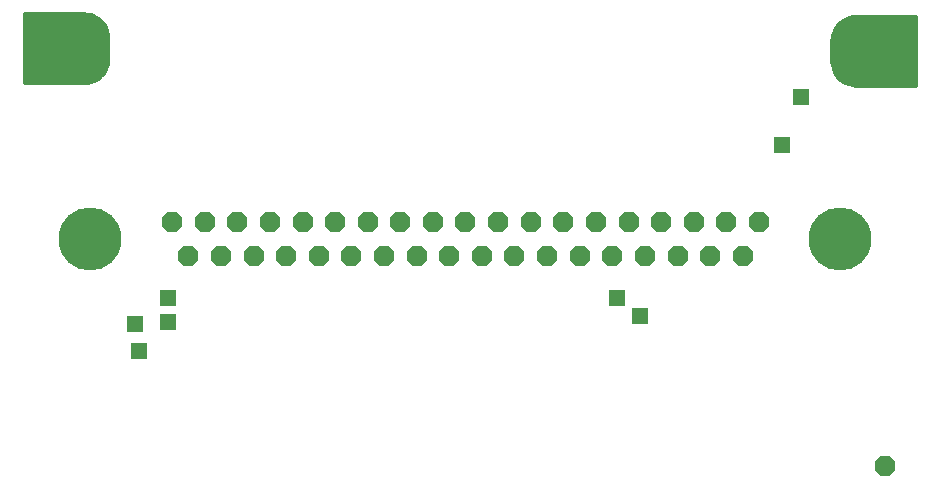
<source format=gbs>
G75*
%MOIN*%
%OFA0B0*%
%FSLAX25Y25*%
%IPPOS*%
%LPD*%
%AMOC8*
5,1,8,0,0,1.08239X$1,22.5*
%
%ADD10C,0.01600*%
%ADD11OC8,0.06984*%
%ADD12C,0.20984*%
%ADD13R,0.05346X0.05346*%
D10*
X0018705Y0146264D02*
X0018705Y0168764D01*
X0038331Y0168764D01*
X0039562Y0168667D01*
X0040764Y0168378D01*
X0041905Y0167906D01*
X0042959Y0167260D01*
X0043898Y0166458D01*
X0044701Y0165518D01*
X0045347Y0164464D01*
X0045819Y0163323D01*
X0046108Y0162122D01*
X0046205Y0160890D01*
X0046205Y0154138D01*
X0046108Y0152906D01*
X0045819Y0151705D01*
X0045347Y0150563D01*
X0044701Y0149510D01*
X0043898Y0148570D01*
X0042959Y0147768D01*
X0041905Y0147122D01*
X0040764Y0146649D01*
X0039562Y0146361D01*
X0038331Y0146264D01*
X0018705Y0146264D01*
X0018705Y0146441D02*
X0018705Y0168941D01*
X0038331Y0168941D01*
X0039562Y0168844D01*
X0040764Y0168556D01*
X0041905Y0168083D01*
X0042959Y0167437D01*
X0043898Y0166635D01*
X0044701Y0165695D01*
X0045347Y0164642D01*
X0045819Y0163500D01*
X0046108Y0162299D01*
X0046205Y0161067D01*
X0046205Y0154315D01*
X0046108Y0153083D01*
X0045819Y0151882D01*
X0045347Y0150740D01*
X0044701Y0149687D01*
X0043898Y0148747D01*
X0042959Y0147945D01*
X0041905Y0147299D01*
X0040764Y0146826D01*
X0039562Y0146538D01*
X0038331Y0146441D01*
X0018705Y0146441D01*
X0018705Y0147500D02*
X0042233Y0147500D01*
X0042522Y0147500D02*
X0018705Y0147500D01*
X0018705Y0149098D02*
X0044198Y0149098D01*
X0044350Y0149098D02*
X0018705Y0149098D01*
X0018705Y0150697D02*
X0045320Y0150697D01*
X0045402Y0150697D02*
X0018705Y0150697D01*
X0018705Y0152295D02*
X0045919Y0152295D01*
X0045961Y0152295D02*
X0018705Y0152295D01*
X0018705Y0153894D02*
X0046172Y0153894D01*
X0046186Y0153894D02*
X0018705Y0153894D01*
X0018705Y0155492D02*
X0046205Y0155492D01*
X0018705Y0155492D01*
X0018705Y0157091D02*
X0046205Y0157091D01*
X0018705Y0157091D01*
X0018705Y0158689D02*
X0046205Y0158689D01*
X0018705Y0158689D01*
X0018705Y0160288D02*
X0046205Y0160288D01*
X0018705Y0160288D01*
X0018705Y0161886D02*
X0046140Y0161886D01*
X0046126Y0161886D02*
X0018705Y0161886D01*
X0018705Y0163485D02*
X0045823Y0163485D01*
X0045752Y0163485D02*
X0018705Y0163485D01*
X0018705Y0165083D02*
X0045076Y0165083D01*
X0044967Y0165083D02*
X0018705Y0165083D01*
X0018705Y0166682D02*
X0043843Y0166682D01*
X0043636Y0166682D02*
X0018705Y0166682D01*
X0018705Y0168280D02*
X0041428Y0168280D01*
X0041001Y0168280D02*
X0018705Y0168280D01*
X0287898Y0160102D02*
X0287898Y0153350D01*
X0287995Y0152119D01*
X0288283Y0150917D01*
X0288756Y0149776D01*
X0289401Y0148722D01*
X0290204Y0147783D01*
X0291143Y0146980D01*
X0292197Y0146335D01*
X0293338Y0145862D01*
X0294540Y0145573D01*
X0295772Y0145476D01*
X0315398Y0145476D01*
X0315398Y0167976D01*
X0295772Y0167976D01*
X0294540Y0167879D01*
X0293338Y0167591D01*
X0292197Y0167118D01*
X0291143Y0166473D01*
X0290204Y0165670D01*
X0289401Y0164731D01*
X0288756Y0163677D01*
X0288283Y0162536D01*
X0287995Y0161334D01*
X0287898Y0160102D01*
X0287912Y0160288D02*
X0315398Y0160288D01*
X0315398Y0161886D02*
X0288127Y0161886D01*
X0288676Y0163485D02*
X0315398Y0163485D01*
X0315398Y0165083D02*
X0289703Y0165083D01*
X0291485Y0166682D02*
X0315398Y0166682D01*
X0315398Y0158689D02*
X0287898Y0158689D01*
X0287898Y0157091D02*
X0315398Y0157091D01*
X0315398Y0155492D02*
X0287898Y0155492D01*
X0287898Y0153894D02*
X0315398Y0153894D01*
X0315398Y0152295D02*
X0287981Y0152295D01*
X0288374Y0150697D02*
X0315398Y0150697D01*
X0315398Y0149098D02*
X0289171Y0149098D01*
X0290535Y0147500D02*
X0315398Y0147500D01*
X0315398Y0145901D02*
X0293243Y0145901D01*
D11*
X0263388Y0099549D03*
X0252588Y0099549D03*
X0241688Y0099549D03*
X0230788Y0099549D03*
X0219988Y0099549D03*
X0209088Y0099549D03*
X0198188Y0099549D03*
X0187288Y0099549D03*
X0176488Y0099549D03*
X0165588Y0099549D03*
X0154688Y0099549D03*
X0143888Y0099549D03*
X0132988Y0099549D03*
X0122088Y0099549D03*
X0111288Y0099549D03*
X0100388Y0099549D03*
X0089488Y0099549D03*
X0078688Y0099549D03*
X0067788Y0099549D03*
X0073188Y0088349D03*
X0084088Y0088349D03*
X0094988Y0088349D03*
X0105788Y0088349D03*
X0116688Y0088349D03*
X0127588Y0088349D03*
X0138388Y0088349D03*
X0149288Y0088349D03*
X0160188Y0088349D03*
X0170988Y0088349D03*
X0181888Y0088349D03*
X0192788Y0088349D03*
X0203688Y0088349D03*
X0214488Y0088349D03*
X0225388Y0088349D03*
X0236288Y0088349D03*
X0247088Y0088349D03*
X0257988Y0088349D03*
X0305457Y0018351D03*
D12*
X0290588Y0093949D03*
X0040588Y0093949D03*
D13*
X0056618Y0056618D03*
X0055437Y0065673D03*
X0066461Y0066461D03*
X0066461Y0074335D03*
X0216067Y0074335D03*
X0223941Y0068429D03*
X0271185Y0125516D03*
X0277484Y0141264D03*
M02*

</source>
